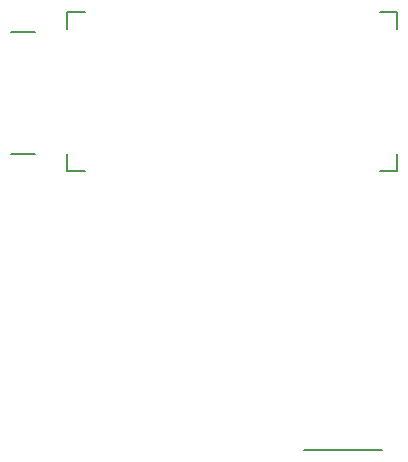
<source format=gbo>
G04 Layer: BottomSilkscreenLayer*
G04 EasyEDA Pro v2.2.20.11, 2024-05-07 19:23:25*
G04 Gerber Generator version 0.3*
G04 Scale: 100 percent, Rotated: No, Reflected: No*
G04 Dimensions in millimeters*
G04 Leading zeros omitted, absolute positions, 3 integers and 5 decimals*
%FSLAX35Y35*%
%MOMM*%
%ADD10C,0.2*%
%ADD11C,0.15*%
G75*


G04 PolygonModel Start*
G54D10*
G01X-1292438Y-641855D02*
G01X-1142438Y-641855D01*
G01X-1292438Y-491855D02*
G01X-1292438Y-641855D01*
G01X1502560Y708153D02*
G01X1352560Y708153D01*
G01X1352560Y-641855D02*
G01X1502560Y-641855D01*
G01X1502560Y558153D02*
G01X1502560Y708153D01*
G01X1502560Y-641855D02*
G01X1502560Y-491855D01*
G01X-1292451Y710068D02*
G01X-1292451Y560068D01*
G01X-1142451Y710068D02*
G01X-1292451Y710068D01*
G54D11*
G01X-1771276Y533400D02*
G01X-1562100Y533400D01*
G01X-1771276Y-495300D02*
G01X-1562100Y-495300D01*
G01X711200Y-3002942D02*
G01X1371600Y-3002942D01*

M02*


</source>
